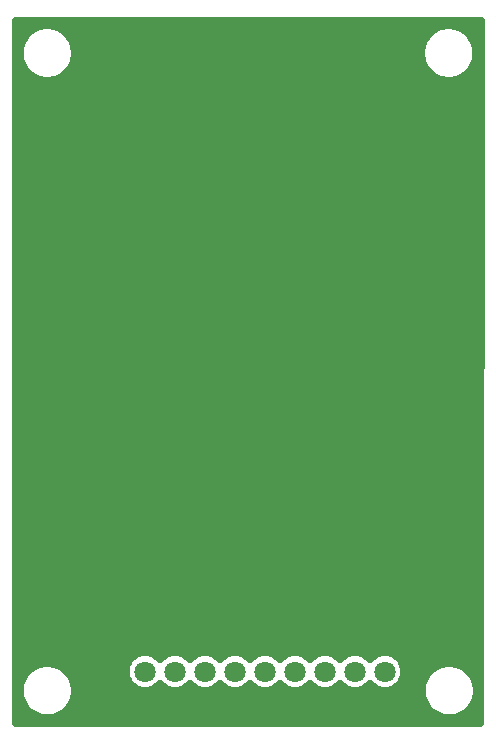
<source format=gbr>
G04 DipTrace 3.0.0.1*
G04 Bottom.gbr*
%MOIN*%
G04 #@! TF.FileFunction,Copper,L2,Bot*
G04 #@! TF.Part,Single*
G04 #@! TA.AperFunction,CopperBalancing*
%ADD18C,0.025*%
G04 #@! TA.AperFunction,ComponentPad*
%ADD25C,0.070866*%
%ADD28C,0.031496*%
%ADD32O,0.062992X0.177165*%
%FSLAX26Y26*%
G04*
G70*
G90*
G75*
G01*
G04 Bottom*
%LPD*%
X408701Y2718537D2*
D18*
X464712D1*
X558921D2*
X1803286D1*
X1897495D2*
X1953481D1*
X408701Y2693668D2*
X435903D1*
X587680D2*
X1774477D1*
X1926303D2*
X1953481D1*
X408701Y2668799D2*
X422426D1*
X601206D2*
X1761001D1*
X1939780D2*
X1953516D1*
X408701Y2643930D2*
X417299D1*
X606333D2*
X1755874D1*
X1944907D2*
X1953512D1*
X408701Y2619062D2*
X419008D1*
X604624D2*
X1757583D1*
X1943198D2*
X1953489D1*
X408701Y2594193D2*
X428042D1*
X595590D2*
X1766616D1*
X1934165D2*
X1953461D1*
X408701Y2569324D2*
X447524D1*
X576108D2*
X1786098D1*
X1914682D2*
X1953481D1*
X408701Y2544455D2*
X1953481D1*
X408701Y2519587D2*
X1953481D1*
X408701Y2494718D2*
X1953481D1*
X408701Y2469849D2*
X1953481D1*
X408701Y2444980D2*
X1953481D1*
X408701Y2420112D2*
X1953481D1*
X408701Y2395243D2*
X1953481D1*
X408701Y2370374D2*
X1953481D1*
X408701Y2345505D2*
X1953481D1*
X408701Y2320636D2*
X1953481D1*
X408701Y2295768D2*
X1953481D1*
X408701Y2270899D2*
X1953481D1*
X408701Y2246030D2*
X1953481D1*
X408701Y2221161D2*
X1953481D1*
X408701Y2196293D2*
X1953481D1*
X408701Y2171424D2*
X1953481D1*
X408701Y2146555D2*
X1953481D1*
X408701Y2121686D2*
X1953481D1*
X408701Y2096818D2*
X1953481D1*
X408701Y2071949D2*
X1953481D1*
X408701Y2047080D2*
X1953481D1*
X408701Y2022211D2*
X1953481D1*
X408701Y1997343D2*
X1953481D1*
X408701Y1972474D2*
X1953481D1*
X408701Y1947605D2*
X1953481D1*
X408701Y1922736D2*
X1953481D1*
X408701Y1897867D2*
X1953481D1*
X408701Y1872999D2*
X1953481D1*
X408701Y1848130D2*
X1953481D1*
X408701Y1823261D2*
X1953481D1*
X408701Y1798392D2*
X1953481D1*
X408701Y1773524D2*
X1953481D1*
X408701Y1748655D2*
X1953481D1*
X408701Y1723786D2*
X1953481D1*
X408701Y1698917D2*
X1953481D1*
X408701Y1674049D2*
X1953481D1*
X408701Y1649180D2*
X1953481D1*
X408701Y1624311D2*
X1953481D1*
X408701Y1599442D2*
X1953481D1*
X408701Y1574573D2*
X1953481D1*
X408701Y1549705D2*
X1953481D1*
X408701Y1524836D2*
X1953481D1*
X408701Y1499967D2*
X1953481D1*
X408701Y1475098D2*
X1953481D1*
X408701Y1450230D2*
X1953481D1*
X408701Y1425361D2*
X1953481D1*
X408701Y1400492D2*
X1953481D1*
X408701Y1375623D2*
X1953481D1*
X408701Y1350755D2*
X1953481D1*
X408701Y1325886D2*
X1953481D1*
X408701Y1301017D2*
X1953481D1*
X408701Y1276148D2*
X1953481D1*
X408701Y1251280D2*
X1953481D1*
X408701Y1226411D2*
X1953481D1*
X408701Y1201542D2*
X1953481D1*
X408701Y1176673D2*
X1953481D1*
X408701Y1151804D2*
X1953481D1*
X408701Y1126936D2*
X1953481D1*
X408701Y1102067D2*
X1953481D1*
X408701Y1077198D2*
X1953481D1*
X408701Y1052329D2*
X1953481D1*
X408701Y1027461D2*
X1953481D1*
X408701Y1002592D2*
X1953481D1*
X408701Y977723D2*
X1953481D1*
X408701Y952854D2*
X1953481D1*
X408701Y927986D2*
X1953481D1*
X408701Y903117D2*
X1953481D1*
X408701Y878248D2*
X1953481D1*
X408701Y853379D2*
X1953481D1*
X408701Y828510D2*
X1953481D1*
X408701Y803642D2*
X1953481D1*
X408701Y778773D2*
X1953481D1*
X408701Y753904D2*
X1953481D1*
X408701Y729035D2*
X1953481D1*
X408701Y704167D2*
X1953481D1*
X408701Y679298D2*
X1953481D1*
X408701Y654429D2*
X1953481D1*
X408701Y629560D2*
X798452D1*
X876499D2*
X898501D1*
X976547D2*
X998501D1*
X1076547D2*
X1098501D1*
X1176547D2*
X1198501D1*
X1276547D2*
X1298549D1*
X1376596D2*
X1398549D1*
X1476596D2*
X1498549D1*
X1576596D2*
X1598549D1*
X1676645D2*
X1953481D1*
X408701Y604692D2*
X776919D1*
X1698178D2*
X1843862D1*
X1860599D2*
X1953481D1*
X408701Y579823D2*
X446987D1*
X576645D2*
X770424D1*
X1704672D2*
X1786538D1*
X1917954D2*
X1953481D1*
X408701Y554954D2*
X427797D1*
X595835D2*
X773891D1*
X1701206D2*
X1767788D1*
X1936704D2*
X1953486D1*
X408701Y530085D2*
X418911D1*
X604721D2*
X789614D1*
X1685483D2*
X1759145D1*
X1945297D2*
X1953518D1*
X408701Y505217D2*
X417299D1*
X606333D2*
X1757827D1*
X408701Y480348D2*
X422622D1*
X601010D2*
X1763344D1*
X1941147D2*
X1953529D1*
X408701Y455479D2*
X436294D1*
X587338D2*
X1777358D1*
X1927133D2*
X1953481D1*
X408701Y430610D2*
X465542D1*
X558090D2*
X1807534D1*
X1896909D2*
X1953481D1*
X1944200Y505401D2*
X1941936Y491105D1*
X1937463Y477339D1*
X1930892Y464442D1*
X1922384Y452733D1*
X1912149Y442498D1*
X1900439Y433990D1*
X1887543Y427419D1*
X1873777Y422946D1*
X1859481Y420682D1*
X1845007D1*
X1830711Y422946D1*
X1816945Y427419D1*
X1804049Y433990D1*
X1792339Y442498D1*
X1782104Y452733D1*
X1773596Y464442D1*
X1767025Y477339D1*
X1762553Y491105D1*
X1760288Y505401D1*
Y519875D1*
X1762553Y534171D1*
X1767025Y547937D1*
X1773596Y560833D1*
X1782104Y572543D1*
X1792339Y582778D1*
X1804049Y591285D1*
X1816945Y597857D1*
X1830711Y602329D1*
X1845007Y604594D1*
X1859481D1*
X1873777Y602329D1*
X1887543Y597857D1*
X1900439Y591285D1*
X1912149Y582778D1*
X1922384Y572543D1*
X1930892Y560833D1*
X1937463Y547937D1*
X1941936Y534171D1*
X1944200Y519875D1*
Y505401D1*
X603767Y504574D2*
X601503Y490278D1*
X597030Y476512D1*
X590459Y463616D1*
X581951Y451906D1*
X571716Y441671D1*
X560006Y433163D1*
X547110Y426592D1*
X533344Y422119D1*
X519048Y419855D1*
X504574D1*
X490278Y422119D1*
X476512Y426592D1*
X463616Y433163D1*
X451906Y441671D1*
X441671Y451906D1*
X433163Y463616D1*
X426592Y476512D1*
X422119Y490278D1*
X419855Y504574D1*
Y519048D1*
X422119Y533344D1*
X426592Y547110D1*
X433163Y560006D1*
X441671Y571716D1*
X451906Y581951D1*
X463616Y590459D1*
X476512Y597030D1*
X490278Y601503D1*
X504574Y603767D1*
X519048D1*
X533344Y601503D1*
X547110Y597030D1*
X560006Y590459D1*
X571716Y581951D1*
X581951Y571716D1*
X590459Y560006D1*
X597030Y547110D1*
X601503Y533344D1*
X603767Y519048D1*
Y504574D1*
X1942350Y2630558D2*
X1940085Y2616262D1*
X1935612Y2602496D1*
X1929041Y2589600D1*
X1920534Y2577890D1*
X1910299Y2567655D1*
X1898589Y2559148D1*
X1885692Y2552576D1*
X1871927Y2548104D1*
X1857631Y2545839D1*
X1843157D1*
X1828861Y2548104D1*
X1815095Y2552576D1*
X1802198Y2559148D1*
X1790489Y2567655D1*
X1780254Y2577890D1*
X1771746Y2589600D1*
X1765175Y2602496D1*
X1760702Y2616262D1*
X1758438Y2630558D1*
Y2645032D1*
X1760702Y2659328D1*
X1765175Y2673094D1*
X1771746Y2685991D1*
X1780254Y2697700D1*
X1790489Y2707935D1*
X1802198Y2716443D1*
X1815095Y2723014D1*
X1828861Y2727487D1*
X1843157Y2729751D1*
X1857631D1*
X1871927Y2727487D1*
X1885692Y2723014D1*
X1898589Y2716443D1*
X1910299Y2707935D1*
X1920534Y2697700D1*
X1929041Y2685991D1*
X1935612Y2673094D1*
X1940085Y2659328D1*
X1942350Y2645032D1*
Y2630558D1*
X603767D2*
X601503Y2616262D1*
X597030Y2602496D1*
X590459Y2589600D1*
X581951Y2577890D1*
X571716Y2567655D1*
X560006Y2559148D1*
X547110Y2552576D1*
X533344Y2548104D1*
X519048Y2545839D1*
X504574D1*
X490278Y2548104D1*
X476512Y2552576D1*
X463616Y2559148D1*
X451906Y2567655D1*
X441671Y2577890D1*
X433163Y2589600D1*
X426592Y2602496D1*
X422119Y2616262D1*
X419855Y2630558D1*
Y2645032D1*
X422119Y2659328D1*
X426592Y2673094D1*
X433163Y2685991D1*
X441671Y2697700D1*
X451906Y2707935D1*
X463616Y2716443D1*
X476512Y2723014D1*
X490278Y2727487D1*
X504574Y2729751D1*
X519048D1*
X533344Y2727487D1*
X547110Y2723014D1*
X560006Y2716443D1*
X571716Y2707935D1*
X581951Y2697700D1*
X590459Y2685991D1*
X597030Y2673094D1*
X601503Y2659328D1*
X603767Y2645032D1*
Y2630558D1*
X987502Y535187D2*
X983256Y530445D1*
X975538Y523853D1*
X966884Y518550D1*
X957507Y514666D1*
X947638Y512296D1*
X937520Y511500D1*
X927401Y512296D1*
X917532Y514666D1*
X908155Y518550D1*
X899501Y523853D1*
X891783Y530445D1*
X887513Y535218D1*
X883217Y530445D1*
X875499Y523853D1*
X866845Y518550D1*
X857468Y514666D1*
X847599Y512296D1*
X837480Y511500D1*
X827362Y512296D1*
X817493Y514666D1*
X808116Y518550D1*
X799462Y523853D1*
X791744Y530445D1*
X785152Y538163D1*
X779849Y546816D1*
X775965Y556194D1*
X773596Y566063D1*
X772799Y576181D1*
X773596Y586299D1*
X775965Y596169D1*
X779849Y605546D1*
X785152Y614200D1*
X791744Y621918D1*
X799462Y628509D1*
X808116Y633812D1*
X817493Y637696D1*
X827362Y640066D1*
X837480Y640862D1*
X847599Y640066D1*
X857468Y637696D1*
X866845Y633812D1*
X875499Y628509D1*
X883217Y621918D1*
X887487Y617144D1*
X891783Y621918D1*
X899501Y628509D1*
X908155Y633812D1*
X917532Y637696D1*
X927401Y640066D1*
X937520Y640862D1*
X947638Y640066D1*
X957507Y637696D1*
X966884Y633812D1*
X975538Y628509D1*
X983256Y621918D1*
X987502Y617175D1*
X991783Y621918D1*
X999501Y628509D1*
X1008155Y633812D1*
X1017532Y637696D1*
X1027401Y640066D1*
X1037520Y640862D1*
X1047638Y640066D1*
X1057507Y637696D1*
X1066884Y633812D1*
X1075538Y628509D1*
X1083256Y621918D1*
X1087502Y617175D1*
X1091783Y621918D1*
X1099501Y628509D1*
X1108155Y633812D1*
X1117532Y637696D1*
X1127401Y640066D1*
X1137520Y640862D1*
X1147638Y640066D1*
X1157507Y637696D1*
X1166884Y633812D1*
X1175538Y628509D1*
X1183256Y621918D1*
X1187502Y617175D1*
X1191783Y621918D1*
X1199501Y628509D1*
X1208155Y633812D1*
X1217532Y637696D1*
X1227401Y640066D1*
X1237520Y640862D1*
X1247638Y640066D1*
X1257507Y637696D1*
X1266884Y633812D1*
X1275538Y628509D1*
X1283256Y621918D1*
X1287526Y617144D1*
X1291823Y621918D1*
X1299540Y628509D1*
X1308194Y633812D1*
X1317571Y637696D1*
X1327441Y640066D1*
X1337559Y640862D1*
X1347677Y640066D1*
X1357547Y637696D1*
X1366924Y633812D1*
X1375578Y628509D1*
X1383296Y621918D1*
X1387541Y617175D1*
X1391823Y621918D1*
X1399540Y628509D1*
X1408194Y633812D1*
X1417571Y637696D1*
X1427441Y640066D1*
X1437559Y640862D1*
X1447677Y640066D1*
X1457547Y637696D1*
X1466924Y633812D1*
X1475578Y628509D1*
X1483296Y621918D1*
X1487541Y617175D1*
X1491823Y621918D1*
X1499540Y628509D1*
X1508194Y633812D1*
X1517571Y637696D1*
X1527441Y640066D1*
X1537559Y640862D1*
X1547677Y640066D1*
X1557547Y637696D1*
X1566924Y633812D1*
X1575578Y628509D1*
X1583296Y621918D1*
X1587566Y617144D1*
X1591862Y621918D1*
X1599580Y628509D1*
X1608234Y633812D1*
X1617611Y637696D1*
X1627480Y640066D1*
X1637598Y640862D1*
X1647717Y640066D1*
X1657586Y637696D1*
X1666963Y633812D1*
X1675617Y628509D1*
X1683335Y621918D1*
X1689927Y614200D1*
X1695230Y605546D1*
X1699114Y596169D1*
X1701483Y586299D1*
X1702280Y576181D1*
X1701483Y566063D1*
X1699114Y556194D1*
X1695230Y546816D1*
X1689927Y538163D1*
X1683335Y530445D1*
X1675617Y523853D1*
X1666963Y518550D1*
X1657586Y514666D1*
X1647717Y512296D1*
X1637598Y511500D1*
X1627480Y512296D1*
X1617611Y514666D1*
X1608234Y518550D1*
X1599580Y523853D1*
X1591862Y530445D1*
X1587592Y535218D1*
X1583296Y530445D1*
X1575578Y523853D1*
X1566924Y518550D1*
X1557547Y514666D1*
X1547677Y512296D1*
X1537559Y511500D1*
X1527441Y512296D1*
X1517571Y514666D1*
X1508194Y518550D1*
X1499540Y523853D1*
X1491823Y530445D1*
X1487577Y535187D1*
X1483296Y530445D1*
X1475578Y523853D1*
X1466924Y518550D1*
X1457547Y514666D1*
X1447677Y512296D1*
X1437559Y511500D1*
X1427441Y512296D1*
X1417571Y514666D1*
X1408194Y518550D1*
X1399540Y523853D1*
X1391823Y530445D1*
X1387577Y535187D1*
X1383296Y530445D1*
X1375578Y523853D1*
X1366924Y518550D1*
X1357547Y514666D1*
X1347677Y512296D1*
X1337559Y511500D1*
X1327441Y512296D1*
X1317571Y514666D1*
X1308194Y518550D1*
X1299540Y523853D1*
X1291823Y530445D1*
X1287552Y535218D1*
X1283256Y530445D1*
X1275538Y523853D1*
X1266884Y518550D1*
X1257507Y514666D1*
X1247638Y512296D1*
X1237520Y511500D1*
X1227401Y512296D1*
X1217532Y514666D1*
X1208155Y518550D1*
X1199501Y523853D1*
X1191783Y530445D1*
X1187537Y535187D1*
X1183256Y530445D1*
X1175538Y523853D1*
X1166884Y518550D1*
X1157507Y514666D1*
X1147638Y512296D1*
X1137520Y511500D1*
X1127401Y512296D1*
X1117532Y514666D1*
X1108155Y518550D1*
X1099501Y523853D1*
X1091783Y530445D1*
X1087537Y535187D1*
X1083256Y530445D1*
X1075538Y523853D1*
X1066884Y518550D1*
X1057507Y514666D1*
X1047638Y512296D1*
X1037520Y511500D1*
X1027401Y512296D1*
X1017532Y514666D1*
X1008155Y518550D1*
X999501Y523853D1*
X991783Y530445D1*
X987537Y535187D1*
X983256Y530445D1*
X975538Y523853D1*
X966884Y518550D1*
X957507Y514666D1*
X947638Y512296D1*
X937520Y511500D1*
X927401Y512296D1*
X917532Y514666D1*
X908155Y518550D1*
X899501Y523853D1*
X891783Y530445D1*
X887513Y535218D1*
X883217Y530445D1*
X875499Y523853D1*
X866845Y518550D1*
X857468Y514666D1*
X847599Y512296D1*
X837480Y511500D1*
X827362Y512296D1*
X817493Y514666D1*
X808116Y518550D1*
X799462Y523853D1*
X791744Y530445D1*
X785152Y538163D1*
X779849Y546816D1*
X775965Y556194D1*
X773596Y566063D1*
X772799Y576181D1*
X773596Y586299D1*
X775965Y596169D1*
X779849Y605546D1*
X785152Y614200D1*
X791744Y621918D1*
X799462Y628509D1*
X808116Y633812D1*
X817493Y637696D1*
X827362Y640066D1*
X837480Y640862D1*
X847599Y640066D1*
X857468Y637696D1*
X866845Y633812D1*
X875499Y628509D1*
X883217Y621918D1*
X887487Y617144D1*
X891783Y621918D1*
X899501Y628509D1*
X908155Y633812D1*
X917532Y637696D1*
X927401Y640066D1*
X937520Y640862D1*
X947638Y640066D1*
X957507Y637696D1*
X966884Y633812D1*
X975538Y628509D1*
X983256Y621918D1*
X987502Y617175D1*
X991783Y621918D1*
X999501Y628509D1*
X1008155Y633812D1*
X1017532Y637696D1*
X1027401Y640066D1*
X1037520Y640862D1*
X1047638Y640066D1*
X1057507Y637696D1*
X1066884Y633812D1*
X1075538Y628509D1*
X1083256Y621918D1*
X1087502Y617175D1*
X1091783Y621918D1*
X1099501Y628509D1*
X1108155Y633812D1*
X1117532Y637696D1*
X1127401Y640066D1*
X1137520Y640862D1*
X1147638Y640066D1*
X1157507Y637696D1*
X1166884Y633812D1*
X1175538Y628509D1*
X1183256Y621918D1*
X1187502Y617175D1*
X1191783Y621918D1*
X1199501Y628509D1*
X1208155Y633812D1*
X1217532Y637696D1*
X1227401Y640066D1*
X1237520Y640862D1*
X1247638Y640066D1*
X1257507Y637696D1*
X1266884Y633812D1*
X1275538Y628509D1*
X1283256Y621918D1*
X1287526Y617144D1*
X1291823Y621918D1*
X1299540Y628509D1*
X1308194Y633812D1*
X1317571Y637696D1*
X1327441Y640066D1*
X1337559Y640862D1*
X1347677Y640066D1*
X1357547Y637696D1*
X1366924Y633812D1*
X1375578Y628509D1*
X1383296Y621918D1*
X1387541Y617175D1*
X1391823Y621918D1*
X1399540Y628509D1*
X1408194Y633812D1*
X1417571Y637696D1*
X1427441Y640066D1*
X1437559Y640862D1*
X1447677Y640066D1*
X1457547Y637696D1*
X1466924Y633812D1*
X1475578Y628509D1*
X1483296Y621918D1*
X1487541Y617175D1*
X1491823Y621918D1*
X1499540Y628509D1*
X1508194Y633812D1*
X1517571Y637696D1*
X1527441Y640066D1*
X1537559Y640862D1*
X1547677Y640066D1*
X1557547Y637696D1*
X1566924Y633812D1*
X1575578Y628509D1*
X1583296Y621918D1*
X1587566Y617144D1*
X1591862Y621918D1*
X1599580Y628509D1*
X1608234Y633812D1*
X1617611Y637696D1*
X1627480Y640066D1*
X1637598Y640862D1*
X1647717Y640066D1*
X1657586Y637696D1*
X1666963Y633812D1*
X1675617Y628509D1*
X1683335Y621918D1*
X1689927Y614200D1*
X1695230Y605546D1*
X1699114Y596169D1*
X1701483Y586299D1*
X1702280Y576181D1*
X1701483Y566063D1*
X1699114Y556194D1*
X1695230Y546816D1*
X1689927Y538163D1*
X1683335Y530445D1*
X1675617Y523853D1*
X1666963Y518550D1*
X1657586Y514666D1*
X1647717Y512296D1*
X1637598Y511500D1*
X1627480Y512296D1*
X1617611Y514666D1*
X1608234Y518550D1*
X1599580Y523853D1*
X1591862Y530445D1*
X1587592Y535218D1*
X1583296Y530445D1*
X1575578Y523853D1*
X1566924Y518550D1*
X1557547Y514666D1*
X1547677Y512296D1*
X1537559Y511500D1*
X1527441Y512296D1*
X1517571Y514666D1*
X1508194Y518550D1*
X1499540Y523853D1*
X1491823Y530445D1*
X1487577Y535187D1*
X1483296Y530445D1*
X1475578Y523853D1*
X1466924Y518550D1*
X1457547Y514666D1*
X1447677Y512296D1*
X1437559Y511500D1*
X1427441Y512296D1*
X1417571Y514666D1*
X1408194Y518550D1*
X1399540Y523853D1*
X1391823Y530445D1*
X1387577Y535187D1*
X1383296Y530445D1*
X1375578Y523853D1*
X1366924Y518550D1*
X1357547Y514666D1*
X1347677Y512296D1*
X1337559Y511500D1*
X1327441Y512296D1*
X1317571Y514666D1*
X1308194Y518550D1*
X1299540Y523853D1*
X1291823Y530445D1*
X1287552Y535218D1*
X1283256Y530445D1*
X1275538Y523853D1*
X1266884Y518550D1*
X1257507Y514666D1*
X1247638Y512296D1*
X1237520Y511500D1*
X1227401Y512296D1*
X1217532Y514666D1*
X1208155Y518550D1*
X1199501Y523853D1*
X1191783Y530445D1*
X1187537Y535187D1*
X1183256Y530445D1*
X1175538Y523853D1*
X1166884Y518550D1*
X1157507Y514666D1*
X1147638Y512296D1*
X1137520Y511500D1*
X1127401Y512296D1*
X1117532Y514666D1*
X1108155Y518550D1*
X1099501Y523853D1*
X1091783Y530445D1*
X1087537Y535187D1*
X1083256Y530445D1*
X1075538Y523853D1*
X1066884Y518550D1*
X1057507Y514666D1*
X1047638Y512296D1*
X1037520Y511500D1*
X1027401Y512296D1*
X1017532Y514666D1*
X1008155Y518550D1*
X999501Y523853D1*
X991783Y530445D1*
X987537Y535187D1*
X406201Y2743357D2*
Y406201D1*
X1955957D1*
X1956004Y2743359D1*
X406248Y2743405D1*
D25*
X737451Y574950D3*
D3*
X937520Y576181D3*
D3*
X1037520D3*
D3*
X1137520D3*
D3*
X1337559D3*
D3*
X1437559D3*
D3*
X1537559D3*
D3*
D28*
X1850394Y629921D3*
Y2519685D3*
Y866142D3*
X511811Y2519685D3*
X1850394Y1102362D3*
X511811Y2283465D3*
X1850394Y1338583D3*
X511811Y2047244D3*
Y1811024D3*
Y1574803D3*
Y1338583D3*
Y1102362D3*
X1850394Y1574803D3*
Y1811024D3*
Y2047244D3*
X511811Y866142D3*
Y629921D3*
X1025017Y2443916D3*
X881244Y1318807D3*
X1850394Y2283465D3*
X881253Y1218812D3*
Y1118807D3*
X968761Y2443916D3*
X881253Y1018801D3*
X881245Y918819D3*
X912505Y2718945D3*
Y2656438D3*
X1732283Y2637795D3*
X881253Y818795D3*
X912505Y2587681D3*
Y2518924D3*
X893745Y1418812D3*
X781253Y1518819D3*
Y1418819D3*
X818753Y1318819D3*
X743738Y1731341D3*
X912505Y2450167D3*
X1456312Y2718945D3*
Y2656438D3*
Y2587681D3*
X748031Y2637795D3*
X629921D3*
X866142D3*
X743738Y1800098D3*
X512638Y744961D3*
X893753Y1518819D3*
X1850394Y2400748D3*
X1456312Y2518924D3*
X1850394Y747205D3*
Y983425D3*
Y1219646D3*
X1456312Y2450167D3*
X629921Y437795D3*
X866142D3*
X1732283D3*
X1614173D3*
X1377953D3*
X1102362D3*
X1850394Y1455866D3*
Y1692087D3*
Y1928307D3*
X1496063Y2637795D3*
X1850394Y2164528D3*
X1614173Y2637795D3*
X748031Y437795D3*
X1496063D3*
X1259843D3*
X984252D3*
X512638Y981181D3*
Y1217402D3*
Y1453622D3*
Y1689843D3*
Y1926063D3*
Y2162283D3*
Y2398504D3*
D25*
X1237520Y576181D3*
D3*
X1637598D3*
D3*
D32*
X1081201Y2662450D3*
X1281181Y2662490D3*
D25*
X837480Y576181D3*
D3*
M02*

</source>
